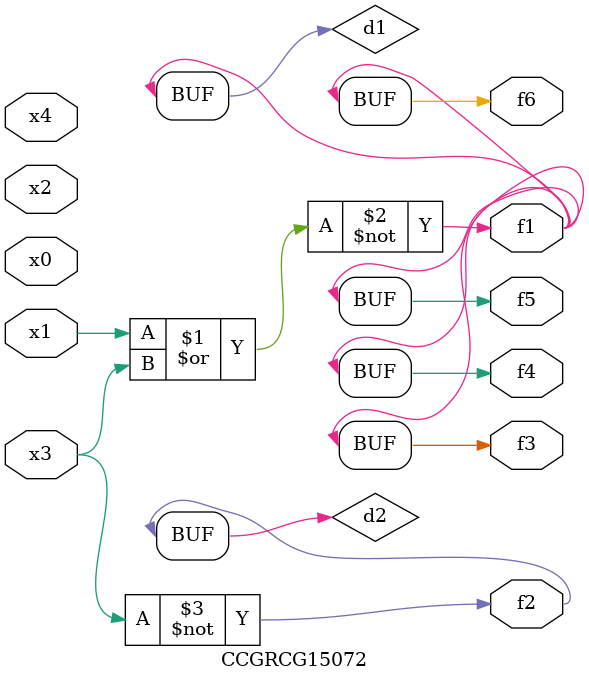
<source format=v>
module CCGRCG15072(
	input x0, x1, x2, x3, x4,
	output f1, f2, f3, f4, f5, f6
);

	wire d1, d2;

	nor (d1, x1, x3);
	not (d2, x3);
	assign f1 = d1;
	assign f2 = d2;
	assign f3 = d1;
	assign f4 = d1;
	assign f5 = d1;
	assign f6 = d1;
endmodule

</source>
